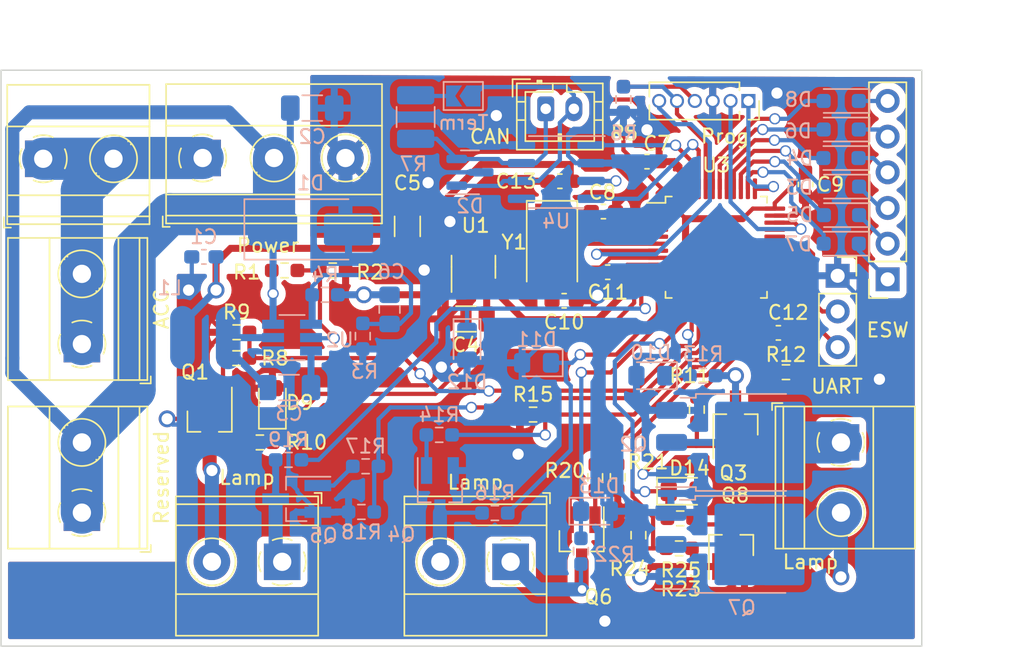
<source format=kicad_pcb>
(kicad_pcb (version 20240108) (generator "pcbnew") (generator_version "8.0")
  (layers (0 "F.Cu" signal) (31 "B.Cu" signal) (34 "B.Paste" user) (35 "F.Paste" user) (36 "B.SilkS" user "B.Silkscreen") (37 "F.SilkS" user "F.Silkscreen") (38 "B.Mask" user) (39 "F.Mask" user) (44 "Edge.Cuts" user))
  (net 0 "")
  (net 1 "+5V")
  (net 2 "GND")
  (net 3 "+12V")
  (net 4 "Net-(U2-SW)")
  (net 5 "Net-(U2-BS)")
  (net 6 "+3V3")
  (net 7 "Net-(U2-FB)")
  (net 8 "/OSC_IN")
  (net 9 "/OSC_OUT")
  (net 10 "/CANL")
  (net 11 "/CANH")
  (net 12 "Net-(D3-K)")
  (net 13 "/SW3")
  (net 14 "Net-(D4-K)")
  (net 15 "/SW4")
  (net 16 "Net-(D5-K)")
  (net 17 "/SW2")
  (net 18 "Net-(D6-K)")
  (net 19 "/SW5")
  (net 20 "Net-(D7-K)")
  (net 21 "/SW1")
  (net 22 "Net-(D8-K)")
  (net 23 "/SW6")
  (net 24 "/adc0")
  (net 25 "/adc4")
  (net 26 "/adc1")
  (net 27 "/adc2")
  (net 28 "/adc3")
  (net 29 "/adc5")
  (net 30 "/HOT@Always")
  (net 31 "/Rx")
  (net 32 "/Tx")
  (net 33 "/SWCLK")
  (net 34 "/SWDIO")
  (net 35 "Net-(J3-Pin_4)")
  (net 36 "/BOOT0")
  (net 37 "/NRST")
  (net 38 "/L1")
  (net 39 "/L2")
  (net 40 "/L5")
  (net 41 "/L6")
  (net 42 "/L3")
  (net 43 "/L4")
  (net 44 "Net-(JP1-B)")
  (net 45 "Net-(Q1-G)")
  (net 46 "/L_pwrX/g")
  (net 47 "Net-(Q4-G)")
  (net 48 "Net-(Q5-G)")
  (net 49 "Net-(Q6-G)")
  (net 50 "/L_pwrX1/g")
  (net 51 "/VEN")
  (net 52 "/T3_Ch1")
  (net 53 "/T2_Ch3")
  (net 54 "/T2_Ch4")
  (net 55 "/T3_Ch2")
  (net 59 "/T3_Ch3")
  (net 60 "/T3_Ch4")
  (net 63 "/CAN_Rx")
  (net 64 "/CAN_Tx")
  (footprint "Resistor_SMD:R_0603_1608Metric_Pad0.98x0.95mm_HandSolder" (layer "F.Cu") (at 88.6695 71.755 180)
    (property "Reference" "R1")
    (property "Value" "300k")
  )
  (footprint "Resistor_SMD:R_0603_1608Metric_Pad0.98x0.95mm_HandSolder" (layer "F.Cu") (at 116.7365 91.5416)
    (property "Reference" "R23")
    (property "Value" "220")
  )
  (footprint "Diode_SMD:D_0805_2012Metric_Pad1.15x1.40mm_HandSolder" (layer "F.Cu") (at 87.8034 81.1642 90)
    (property "Reference" "D9")
    (property "Value" "MM3Z3V3")
  )
  (footprint "Resistor_SMD:R_0603_1608Metric_Pad0.98x0.95mm_HandSolder" (layer "F.Cu") (at 106.3479 82.0166)
    (property "Reference" "R15")
    (property "Value" "10k")
  )
  (footprint "Capacitor_SMD:C_0603_1608Metric_Pad1.08x0.95mm_HandSolder" (layer "F.Cu") (at 108.2559 65.405)
    (property "Reference" "C13")
    (property "Value" "0.1")
  )
  (footprint "TerminalBlock_Phoenix:TerminalBlock_Phoenix_MKDS-1,5-2_1x02_P5.00mm_Horizontal" (layer "F.Cu") (at 104.75 92.5 180)
    (property "Reference" "J11" (hide yes))
    (property "Value" "Lamp")
  )
  (footprint "Package_TO_SOT_SMD:SOT-23_Handsoldering" (layer "F.Cu") (at 109.8 91 -90)
    (property "Reference" "Q6")
    (property "Value" "AO3407")
  )
  (footprint "TerminalBlock_Phoenix:TerminalBlock_Phoenix_MKDS-1,5-2_1x02_P5.00mm_Horizontal" (layer "F.Cu") (at 88.5 92.5 180)
    (property "Reference" "J9" (hide yes))
    (property "Value" "Lamp")
  )
  (footprint "Package_TO_SOT_SMD:SOT-23_Handsoldering" (layer "F.Cu") (at 120.75 82.75 90)
    (property "Reference" "Q3")
    (property "Value" "AO3407")
  )
  (footprint "TerminalBlock_Phoenix:TerminalBlock_Phoenix_MKDS-1,5-2_1x02_P5.00mm_Horizontal" (layer "F.Cu") (at 71.5 63.805)
    (property "Reference" "J6" (hide yes))
    (property "Value" "ACC")
  )
  (footprint "Package_TO_SOT_SMD:SOT-23_Handsoldering" (layer "F.Cu") (at 120.4366 91.337 90)
    (property "Reference" "Q8")
    (property "Value" "AO3407")
  )
  (footprint "TerminalBlock_Phoenix:TerminalBlock_Phoenix_MKDS-1,5-2_1x02_P5.00mm_Horizontal" (layer "F.Cu") (at 74.25 89 90)
    (property "Reference" "J8" (hide yes))
    (property "Value" "Reserved")
  )
  (footprint "Crystal:Crystal_SMD_5032-2Pin_5.0x3.2mm" (layer "F.Cu") (at 107.696 69.85 -90)
    (property "Reference" "Y1")
    (property "Value" "NX5032GA-8MHz")
  )
  (footprint "Package_QFP:LQFP-48_7x7mm_P0.5mm" (layer "F.Cu") (at 119.38 70.104)
    (property "Reference" "U3")
    (property "Value" "STM32F103C6Tx")
  )
  (footprint "Resistor_SMD:R_0603_1608Metric_Pad0.98x0.95mm_HandSolder" (layer "F.Cu") (at 110.7694 86.487 -90)
    (property "Reference" "R20")
    (property "Value" "100")
  )
  (footprint "Resistor_SMD:R_0603_1608Metric_Pad0.98x0.95mm_HandSolder" (layer "F.Cu") (at 118 81.6625 -90)
    (property "Reference" "R11")
    (property "Value" "220")
  )
  (footprint "Resistor_SMD:R_0603_1608Metric_Pad0.98x0.95mm_HandSolder" (layer "F.Cu") (at 113.8428 90.6037 -90)
    (property "Reference" "R24")
    (property "Value" "10k")
  )
  (footprint "Capacitor_SMD:C_0603_1608Metric_Pad1.08x0.95mm_HandSolder" (layer "F.Cu") (at 111.6595 71.882 180)
    (property "Reference" "C11")
    (property "Value" "0.1")
  )
  (footprint "Connector_PinSocket_2.54mm:PinSocket_1x06_P2.54mm_Vertical" (layer "F.Cu") (at 131.572 72.39 180)
    (property "Reference" "J5" (hide yes))
    (property "Value" "ESW")
  )
  (footprint "TerminalBlock_Phoenix:TerminalBlock_Phoenix_MKDS-1,5-2_1x02_P5.00mm_Horizontal" (layer "F.Cu") (at 128.25 84 -90)
    (property "Reference" "J10" (hide yes))
    (property "Value" "Lamp")
  )
  (footprint "Resistor_SMD:R_0603_1608Metric_Pad0.98x0.95mm_HandSolder" (layer "F.Cu") (at 85.2584 76.1584)
    (property "Reference" "R9")
    (property "Value" "10k")
  )
  (footprint "Package_TO_SOT_SMD:SOT-23-3" (layer "F.Cu") (at 102.108 71.4955 90)
    (property "Reference" "U1")
    (property "Value" "XC6206PxxxMR")
  )
  (footprint "Resistor_SMD:R_0603_1608Metric_Pad0.98x0.95mm_HandSolder" (layer "F.Cu") (at 112.776 59.5865 90)
    (property "Reference" "R5")
    (property "Value" "6.8")
  )
  (footprint "TerminalBlock_Phoenix:TerminalBlock_Phoenix_MKDS-1,5-2_1x02_P5.00mm_Horizontal" (layer "F.Cu") (at 74.25 77 90)
    (property "Reference" "J7" (hide yes))
    (property "Value" "ACC")
  )
  (footprint "Connector_PinSocket_2.54mm:PinSocket_1x03_P2.54mm_Vertical" (layer "F.Cu") (at 128.016 72.136)
    (property "Reference" "J2" (hide yes))
    (property "Value" "UART")
  )
  (footprint "Package_TO_SOT_SMD:SOT-23_Handsoldering" (layer "F.Cu") (at 83.3392 82.485 -90)
    (property "Reference" "Q1")
    (property "Value" "AO3407")
  )
  (footprint "Resistor_SMD:R_0603_1608Metric_Pad0.98x0.95mm_HandSolder" (layer "F.Cu") (at 116.8165 89.408)
    (property "Reference" "R25")
    (property "Value" "100k")
  )
  (footprint "Resistor_SMD:R_0603_1608Metric_Pad0.98x0.95mm_HandSolder" (layer "F.Cu") (at 86.9125 84 180)
    (property "Reference" "R10")
    (property "Value" "100k")
  )
  (footprint "Capacitor_SMD:C_1206_3216Metric" (layer "F.Cu") (at 101.5728 75.2094 180)
    (property "Reference" "C4")
    (property "Value" "47u")
  )
  (footprint "Resistor_SMD:R_0603_1608Metric_Pad0.98x0.95mm_HandSolder" (layer "F.Cu") (at 112.3696 86.4851 90)
    (property "Reference" "R21")
    (property "Value" "10k")
  )
  (footprint "Diode_SMD:D_0805_2012Metric_Pad1.15x1.40mm_HandSolder" (layer "F.Cu") (at 117.0268 87.4776)
    (property "Reference" "D14")
    (property "Value" "MM3Z3V3")
  )
  (footprint "Resistor_SMD:R_0603_1608Metric_Pad0.98x0.95mm_HandSolder" (layer "F.Cu") (at 85.25 78 180)
    (property "Reference" "R8")
    (property "Value" "100")
  )
  (footprint "Capacitor_SMD:C_0603_1608Metric_Pad1.08x0.95mm_HandSolder" (layer "F.Cu") (at 111.3525 67.564)
    (property "Reference" "C8")
    (property "Value" "6")
  )
  (footprint "Capacitor_SMD:C_0603_1608Metric_Pad1.08x0.95mm_HandSolder" (layer "F.Cu") (at 114.4535 64.008)
    (property "Reference" "C7")
    (property "Value" "0.1")
  )
  (footprint "TerminalBlock_Phoenix:TerminalBlock_Phoenix_MKDS-1,5-3-5.08_1x03_P5.08mm_Horizontal" (layer "F.Cu") (at 82.84 63.75)
    (property "Reference" "J1" (hide yes))
    (property "Value" "Power")
  )
  (footprint "Capacitor_SMD:C_0603_1608Metric_Pad1.08x0.95mm_HandSolder" (layer "F.Cu") (at 108.5585 73.914)
    (property "Reference" "C10")
    (property "Value" "6")
  )
  (footprint "Connector_JST:JST_PH_B2B-PH-K_1x02_P2.00mm_Vertical" (layer "F.Cu") (at 107.25 60.25)
    (property "Reference" "J4" (hide yes))
    (property "Value" "CAN")
  )
  (footprint "Connector_PinSocket_1.27mm:PinSocket_1x06_P1.27mm_Vertical" (layer "F.Cu") (at 121.666 59.69 -90)
    (property "Reference" "J3" (hide yes))
    (property "Value" "Prog")
  )
  (footprint "Capacitor_SMD:C_1206_3216Metric_Pad1.33x1.80mm_HandSolder" (layer "F.Cu") (at 97.409 68.6185 90)
    (property "Reference" "C5")
    (property "Value" "47u")
  )
  (footprint "Capacitor_SMD:C_0603_1608Metric_Pad1.08x0.95mm_HandSolder" (layer "F.Cu") (at 123.7985 76.2 180)
    (property "Reference" "C12")
    (property "Value" "0.1")
  )
  (footprint "Resistor_SMD:R_0603_1608Metric_Pad0.98x0.95mm_HandSolder" (layer "F.Cu") (at 92.0985 71.755 180)
    (property "Reference" "R2")
    (property "Value" "100k")
  )
  (footprint "Capacitor_SMD:C_0603_1608Metric_Pad1.08x0.95mm_HandSolder" (layer "F.Cu") (at 125.73 65.6325 -90)
    (property "Reference" "C9")
    (property "Value" "0.1")
  )
  (footprint "Resistor_SMD:R_0603_1608Metric_Pad0.98x0.95mm_HandSolder" (layer "F.Cu") (at 124.3375 79 180)
    (property "Reference" "R12")
    (property "Value" "10k")
  )
  (footprint "Diode_SMD:D_0805_2012Metric_Pad1.15x1.40mm_HandSolder" (layer "B.Cu") (at 114.725 79.25 180)
    (property "Reference" "D10")
    (property "Value" "MM3Z3V3")
  )
  (footprint "Package_TO_SOT_SMD:TO-252-3_TabPin2" (layer "B.Cu") (at 121.24 84)
    (property "Reference" "Q2")
    (property "Value" "IRLR7807")
  )
  (footprint "Capacitor_SMD:C_1206_3216Metric_Pad1.33x1.80mm_HandSolder" (layer "B.Cu") (at 90.6395 60.198 180)
    (property "Reference" "C2")
    (property "Value" "10u")
  )
  (footprint "Diode_SMD:D_SOD-323_HandSoldering" (layer "B.Cu") (at 128.25 63.754 180)
    (property "Reference" "D4")
    (property "Value" "1N5819")
  )
  (footprint "Diode_SMD:D_0805_2012Metric_Pad1.15x1.40mm_HandSolder" (layer "B.Cu") (at 101.6508 77.0726 -90)
    (property "Reference" "D12")
    (property "Value" "MM3Z3V3")
  )
  (footprint "Diode_SMD:D_SOD-323_HandSoldering" (layer "B.Cu") (at 128.27 61.722 180)
    (property "Reference" "D6")
    (property "Value" "1N5819")
  )
  (footprint "Package_TO_SOT_SMD:SOT-23" (layer "B.Cu") (at 101.8563 64.77)
    (property "Reference" "D2")
    (property "Value" "PESD1CAN")
  )
  (footprint "Package_TO_SOT_SMD:TO-252-3_TabPin2" (layer "B.Cu") (at 121.1948 91.2632)
    (property "Reference" "Q7")
    (property "Value" "IRLR7807")
  )
  (footprint "Capacitor_SMD:C_1206_3216Metric_Pad1.33x1.80mm_HandSolder" (layer "B.Cu") (at 88.9885 80.094)
    (property "Reference" "C3")
    (property "Value" "1u")
  )
  (footprint "Jumper:SolderJumper-2_P1.3mm_Open_TrianglePad1.0x1.5mm" (layer "B.Cu") (at 101.383 59.3344 180)
    (property "Reference" "JP1" (hide yes))
    (property "Value" "Term")
  )
  (footprint "Capacitor_SMD:C_0603_1608Metric_Pad1.08x0.95mm_HandSolder" (layer "B.Cu") (at 82.9299 70.7898 180)
    (property "Reference" "C1")
    (property "Value" "0.1")
  )
  (footprint "Diode_SMD:D_SOD-323_HandSoldering" (layer "B.Cu") (at 128.27 59.69 180)
    (property "Reference" "D8")
    (property "Value" "1N5819")
  )
  (footprint "Package_TO_SOT_SMD:SOT-23_Handsoldering" (layer "B.Cu") (at 99.7204 87.5016 -90)
    (property "Reference" "Q4")
    (property "Value" "AO3407")
  )
  (footprint "Resistor_SMD:R_0603_1608Metric_Pad0.98x0.95mm_HandSolder" (layer "B.Cu") (at 94.234 76.4345 -90)
    (property "Reference" "R3")
    (property "Value" "19k")
  )
  (footprint "Capacitor_SMD:C_0805_2012Metric_Pad1.18x1.45mm_HandSolder" (layer "B.Cu") (at 96.139 74.5275 -90)
    (property "Reference" "C6")
    (property "Value" "22")
  )
  (footprint "Package_SO:SOIC-8_3.9x4.9mm_P1.27mm" (layer "B.Cu") (at 108 64.75 180)
    (property "Reference" "U4")
    (property "Value" "TJA1050")
  )
  (footprint "Resistor_SMD:R_1210_3225Metric_Pad1.30x2.65mm_HandSolder" (layer "B.Cu") (at 97.9932 60.8336 90)
    (property "Reference" "R7")
    (property "Value" "120")
  )
  (footprint "Resistor_SMD:R_0603_1608Metric_Pad0.98x0.95mm_HandSolder" (layer "B.Cu") (at 112.776 59.5865 90)
    (property "Reference" "R6")
    (property "Value" "10k")
  )
  (footprint "Diode_SMD:D_SOD-323_HandSoldering" (layer "B.Cu") (at 128.27 69.85 180)
    (property "Reference" "D7")
    (property "Value" "1N5819")
  )
  (footprint "Diode_SMD:D_SOD-323_HandSoldering" (layer "B.Cu") (at 128.29 65.786 180)
    (property "Reference" "D3")
    (property "Value" "1N5819")
  )
  (footprint "Diode_SMD:D_0805_2012Metric_Pad1.15x1.40mm_HandSolder" (layer "B.Cu") (at 106.5948 78.3336 180)
    (property "Reference" "D11")
    (property "Value" "MM3Z3V3")
  )
  (footprint "Resistor_SMD:R_0603_1608Metric_Pad0.98x0.95mm_HandSolder" (layer "B.Cu") (at 103.6301 89.027 180)
    (property "Reference" "R16")
    (property "Value" "100k")
  )
  (footprint "Resistor_SMD:R_0603_1608Metric_Pad0.98x0.95mm_HandSolder" (layer "B.Cu") (at 118.4125 79.25)
    (property "Reference" "R13")
    (property "Value" "100k")
  )
  (footprint "Resistor_SMD:R_0603_1608Metric_Pad0.98x0.95mm_HandSolder" (layer "B.Cu") (at 91.5435 73.49 180)
    (property "Reference" "R4")
    (property "Value" "100k")
  )
  (footprint "Package_TO_SOT_SMD:SOT-23-6_Handsoldering" (layer "B.Cu") (at 89.201 76.538)
    (property "Reference" "U2")
    (property "Value" "MT1470")
  )
  (footprint "Diode_SMD:D_0805_2012Metric_Pad1.15x1.40mm_HandSolder" (layer "B.Cu") (at 110.7858 88.9)
    (property "Reference" "D13")
    (property "Value" "MM3Z3V3")
  )
  (footprint "Resistor_SMD:R_0603_1608Metric_Pad0.98x0.95mm_HandSolder" (layer "B.Cu") (at 94.4353 85.6996 180)
    (property "Reference" "R17")
    (property "Value" "100")
  )
  (footprint "Diode_SMD:D_SOD-323_HandSoldering" (layer "B.Cu") (at 128.29 67.818 180)
    (property "Reference" "D5")
    (property "Value" "1N5819")
  )
  (footprint "Resistor_SMD:R_0603_1608Metric_Pad0.98x0.95mm_HandSolder" (layer "B.Cu") (at 109.7534 91.7429 -90)
    (property "Reference" "R22")
    (property "Value" "100k")
  )
  (footprint "Resistor_SMD:R_0603_1608Metric_Pad0.98x0.95mm_HandSolder" (layer "B.Cu") (at 99.6696 83.4644 180)
    (property "Reference" "R14")
    (property "Value" "100")
  )
  (footprint "Diode_SMD:D_SMB_Handsoldering" (layer "B.Cu") (at 90.518 68.834)
    (property "Reference" "D1")
    (property "Value" "SMBJ18A")
  )
  (footprint "kicad:cd43" (layer "B.Cu") (at 83.032 76.538 180)
    (property "Reference" "L1")
    (property "Value" "10u")
  )
  (footprint "Package_TO_SOT_SMD:SOT-23_Handsoldering" (layer "B.Cu") (at 89.5336 88.0212 180)
    (property "Reference" "Q5")
    (property "Value" "AO3407")
  )
  (footprint "Resistor_SMD:R_0603_1608Metric_Pad0.98x0.95mm_HandSolder" (layer "B.Cu") (at 94.1343 88.9508)
    (property "Reference" "R18")
    (property "Value" "10k")
  )
  (footprint "Resistor_SMD:R_0603_1608Metric_Pad0.98x0.95mm_HandSolder" (layer "B.Cu") (at 88.9489 85.2424 180)
    (property "Reference" "R19")
    (property "Value" "100k")
  )
  (gr_rect (start 68.5 57.5) (end 134 98.5) (stroke (width 0.1)) (fill none) (layer "Edge.Cuts"))
  (segment (start 83.7946 71.2216) (end 84.8352 70.181) (width 0.5) (layer "F.Cu") (net 1))
  (segment (start 94.3102 73.49) (end 98.9252 73.49) (width 0.5) (layer "F.Cu") (net 1))
  (segment (start 102.6414 64.2112) (end 108.9914 64.2112) (width 0.5) (layer "F.Cu") (net 1))
  (segment (start 99.0854 70.358) (end 97.205 70.358) (width 0.5) (layer "F.Cu") (net 1))
  (segment (start 112.2426 65.3796) (end 109.1438 65.3796) (width 0.3) (layer "F.Cu") (net 1))
  (segment (start 99.8728 72.5424) (end 99.8728 70.358) (width 0.5) (layer "F.Cu") (net 1))
  (segment (start 98.9252 73.49) (end 99.8728 72.5424) (width 0.5) (layer "F.Cu") (net 1))
  (segment (start 84.8352 70.181) (end 97.028 70.181) (width 0.5) (layer "F.Cu") (net 1))
  (segment (start 99.0854 67.7672) (end 102.6414 64.2112) (width 0.5) (layer "F.Cu") (net 1))
  (segment (start 108.9914 64.2112) (end 108.9914 65.278) (width 0.5) (layer "F.Cu") (net 1))
  (segment (start 102.108 70.358) (end 99.8728 70.358) (width 0.5) (layer "F.Cu") (net 1))
  (segment (start 108.9914 65.278) (end 109.1184 65.405) (width 0.5) (layer "F.Cu") (net 1))
  (segment (start 99.0854 70.358) (end 99.0854 67.7672) (width 0.5) (layer "F.Cu") (net 1))
  (segment (start 97.205 70.358) (end 97.028 70.181) (width 0.5) (layer "F.Cu") (net 1))
  (segment (start 109.1438 65.3796) (end 109.1184 65.405) (width 0.3) (layer "F.Cu") (net 1))
  (segment (start 99.8728 70.358) (end 99.0854 70.358) (width 0.5) (layer "F.Cu") (net 1))
  (segment (start 83.7946 73.152) (end 83.7946 71.2216) (width 0.5) (layer "F.Cu") (net 1))
  (via (at 83.7946 73.152) (size 1.2) (drill 0.8) (layers "F.Cu" "B.Cu") (net 1))
  (via (at 112.2426 65.3796) (size 0.8) (drill 0.6) (layers "F.Cu" "B.Cu") (net 1))
  (via (at 94.3102 73.49) (size 1.2) (drill 0.8) (layers "F.Cu" "B.Cu") (net 1))
  (segment (start 83.7946 70.792) (end 83.7924 70.7898) (width 0.3) (layer "B.Cu") (net 1))
  (segment (start 81.407 75.5396) (end 83.7946 73.152) (width 0.5) (layer "B.Cu") (net 1))
  (segment (start 94.3102 73.49) (end 96.139 73.49) (width 0.5) (layer "B.Cu") (net 1))
  (segment (start 112.2372 65.385) (end 112.2426 65.3796) (width 0.3) (layer "B.Cu") (net 1))
  (segment (start 94.0562 73.49) (end 94.3102 73.49) (width 0.3) (layer "B.Cu") (net 1))
  (segment (start 110.475 65.385) (end 112.2372 65.385) (width 0.3) (layer "B.Cu") (net 1))
  (segment (start 81.407 76.538) (end 81.407 75.5396) (width 0.5) (layer "B.Cu") (net 1))
  (segment (start 83.7946 73.152) (end 83.7946 70.792) (width 0.3) (layer "B.Cu") (net 1))
  (segment (start 92.456 73.49) (end 94.0562 73.49) (width 0.5) (layer "B.Cu") (net 1))
  (segment (start 116.035041 64.008) (end 115.316 64.008) (width 0.3) (layer "F.Cu") (net 2))
  (segment (start 122.724959 76.2) (end 122.936 76.2) (width 0.3) (layer "F.Cu") (net 2))
  (segment (start 103.3018 65.405) (end 100.4316 68.2752) (width 0.3) (layer "F.Cu") (net 2))
  (segment (start 114.2746 95.5548) (end 119.2188 95.5548) (width 0.3) (layer "F.Cu") (net 2))
  (segment (start 110.5565 73.914) (end 110.9472 73.5233) (width 0.3) (layer "F.Cu") (net 2))
  (segment (start 125.752 79.502) (end 125.25 79) (width 0.3) (layer "F.Cu") (net 2))
  (segment (start 121.63 75.105041) (end 122.724959 76.2) (width 0.3) (layer "F.Cu") (net 2))
  (segment (start 81.0528 82.3214) (end 82.3892 80.985) (width 0.3) (layer "F.Cu") (net 2))
  (segment (start 102.362 68.707) (end 102.8954 69.2404) (width 0.3) (layer "F.Cu") (net 2))
  (segment (start 103.7336 60.7314) (end 103.7336 60.6298) (width 0.3) (layer "F.Cu") (net 2))
  (segment (start 123.5425 67.854) (end 125.059 67.854) (width 0.3) (layer "F.Cu") (net 2))
  (segment (start 119.2188 95.5548) (end 121.3866 93.387) (width 0.3) (layer "F.Cu") (net 2))
  (segment (start 112.6236 95.5548) (end 111.4552 96.7232) (width 0.3) (layer "F.Cu") (net 2))
  (segment (start 113.284 66.1924) (end 113.284 65.360339) (width 0.3) (layer "F.Cu") (net 2))
  (segment (start 122.936 77.2668) (end 124.079 77.2668) (width 0.3) (layer "F.Cu") (net 2))
  (segment (start 112.3696 87.3976) (end 112.3696 88.218) (width 0.3) (layer "F.Cu") (net 2))
  (segment (start 101.158 72.633) (end 101.484 72.633) (width 0.3) (layer "F.Cu") (net 2))
  (segment (start 112.3696 88.218) (end 113.8428 89.6912) (width 0.3) (layer "F.Cu") (net 2))
  (segment (start 84.3459 76.1584) (end 82.3892 78.1151) (width 0.3) (layer "F.Cu") (net 2))
  (segment (start 105.283 82.169) (end 105.4354 82.0166) (width 0.3) (layer "F.Cu") (net 2))
  (segment (start 100.8634 68.707) (end 102.362 68.707) (width 0.3) (layer "F.Cu") (net 2))
  (segment (start 99.822 78.9432) (end 98.8314 79.9338) (width 0.3) (layer "F.Cu") (net 2))
  (segment (start 112.215 67.564) (end 112.215 67.2614) (width 0.3) (layer "F.Cu") (net 2))
  (segment (start 115.316 62.611) (end 115.316 64.008) (width 0.3) (layer "F.Cu") (net 2))
  (segment (start 97.409 66.9798) (end 98.8822 65.5066) (width 0.3) (layer "F.Cu") (net 2))
  (segment (start 124.079 77.2668) (end 125.25 78.4378) (width 0.3) (layer "F.Cu") (net 2))
  (segment (start 127.3302 65.3034) (end 127.3302 61.0616) (width 0.3) (layer "F.Cu") (net 2))
  (segment (start 102.8954 69.2404) (end 102.8954 71.2216) (width 0.3) (layer "F.Cu") (net 2))
  (segment (start 110.797 71.882) (end 110.797 73.3731) (width 0.3) (layer "F.Cu") (net 2))
  (segment (start 122.936 76.2) (end 122.936 77.2668) (width 0.3) (layer "F.Cu") (net 2))
  (segment (start 113.284 65.360339) (end 111.5822 63.658539) (width 0.3) (layer "F.Cu") (net 2))
  (segment (start 114.2746 95.5548) (end 112.6236 95.5548) (width 0.3) (layer "F.Cu") (net 2))
  (segment (start 113.0262 89.6912) (end 112.6236 90.0938) (width 0.3) (layer "F.Cu") (net 2))
  (segment (start 105.283 84.836) (end 105.283 82.169) (width 0.3) (layer "F.Cu") (net 2))
  (segment (start 103.7336 60.6298) (end 105.6132 58.7502) (width 0.3) (layer "F.Cu") (net 2))
  (segment (start 110.871 58.7502) (end 111.5822 59.4614) (width 0.3) (layer "F.Cu") (net 2))
  (segment (start 112.6236 90.0938) (end 112.6236 93.545503) (width 0.3) (layer "F.Cu") (net 2))
  (segment (start 101.158 72.633) (end 101.158 74.1492) (width 0.5) (layer "F.Cu") (net 2))
  (segment (start 100.4316 68.2752) (end 100.8634 68.707) (width 0.3) (layer "F.Cu") (net 2))
  (segment (start 103.6574 60.7314) (end 98.8822 65.5066) (width 0.3) (layer "F.Cu") (net 2))
  (segment (start 112.215 67.2614) (end 113.284 66.1924) (width 0.3) (layer "F.Cu") (net 2))
  (segment (start 111.5822 63.658539) (end 111.5822 59.4614) (width 0.3) (layer "F.Cu") (net 2))
  (segment (start 113.4364 59.5884) (end 114.4524 60.6044) (width 0.3) (layer "F.Cu") (net 2))
  (segment (start 108.85 89.5) (end 108.85 88.403) (width 0.3) (layer "F.Cu") (net 2))
  (segment (start 99.822 78.6384) (end 99.822 78.9432) (width 0.3) (layer "F.Cu") (net 2))
  (segment (start 125.73 66.495) (end 126.1386 66.495) (width 0.3) (layer "F.Cu") (net 2))
  (segment (start 97.409 67.056) (end 97.409 66.9798) (width 0.3) (layer "F.Cu") (net 2))
  (segment (start 103.7336 60.7314) (end 103.6574 60.7314) (width 0.3) (layer "F.Cu") (net 2))
  (segment (start 108.85 88.403) (end 105.283 84.836) (width 0.3) (layer "F.Cu") (net 2))
  (segment (start 125.73 67.183) (end 125.059 67.854) (width 0.3) (layer "F.Cu") (net 2))
  (segment (start 98.8314 79.9338) (end 88.0088 79.9338) (width 0.3) (layer "F.Cu") (net 2))
  (segment (start 114.4524 60.6044) (end 114.4524 61.7474) (width 0.3) (layer "F.Cu") (net 2))
  (segment (start 121.7 84.25) (end 123.1156 84.25) (width 0.3) (layer "F.Cu") (net 2))
  (segment (start 114.4524 61.7474) (end 115.316 62.611) (width 0.3) (layer "F.Cu") (net 2))
  (segment (start 99.822 78.6384) (end 99.822 75.4852) (width 0.3) (layer "F.Cu") (net 2))
  (segment (start 130.0226 70.3072) (end 130.0226 79.502) (width 0.3) (layer "F.Cu") (net 2))
  (segment (start 81.8434 73.6559) (end 84.3459 76.1584) (width 0.3) (layer "F.Cu") (net 2))
  (segment (start 101.484 72.633) (end 102.8954 71.2216) (width 0.3) (layer "F.Cu") (net 2))
  (segment (start 121.63 74.2665) (end 121.63 75.105041) (width 0.3) (layer "F.Cu") (net 2))
  (segment (start 121.7 85.8434) (end 121.7 84.25) (width 0.3) (layer "F.Cu") (net 2))
  (segment (start 125.73 66.495) (end 125.73 67.183) (width 0.3) (layer "F.Cu") (net 2))
  (segment (start 109.421 73.914) (end 110.5565 73.914) (width 0.3) (layer "F.Cu") (net 2))
  (segment (start 82.3892 78.1151) (end 82.3892 80.985) (width 0.3) (layer "F.Cu") (net 2))
  (segment (start 117.13 65.9415) (end 117.13 65.102959) (width 0.3) (layer "F.Cu") (net 2))
  (segment (start 111.7092 59.5884) (end 113.4364 59.5884) (width 0.3) (layer "F.Cu") (net 2))
  (segment (start 125.25 78.4378) (end 125.25 79) (width 0.3) (layer "F.Cu") (net 2))
  (segment (start 111.825 70.854) (end 110.797 71.882) (width 0.3) (layer "F.Cu") (net 2))
  (segment (start 127.3302 61.0616) (end 125.3998 59.1312) (width 0.3) (layer "F.Cu") (net 2))
  (segment (start 99.822 75.4852) (end 100.0978 75.2094) (width 0.3) (layer "F.Cu") (net 2))
  (segment (start 113.8428 89.6912) (end 113.0262 89.6912) (width 0.3) (layer "F.Cu") (net 2))
  (segment (start 112.5982 93.8784) (end 114.2746 95.5548) (width 0.3) (layer "F.Cu") (net 2))
  (segment (start 126.2104 66.495) (end 130.0226 70.3072) (width 0.3) (layer "F.Cu") (net 2))
  (segment (start 98.5774 71.755) (end 98.6028 71.7296) (width 0.3) (layer "F.Cu") (net 2))
  (segment (start 80.3148 82.3214) (end 81.0528 82.3214) (width 0.3) (layer "F.Cu") (net 2))
  (segment (start 121.3866 93.387) (end 121.3866 92.837) (width 0.3) (layer "F.Cu") (net 2))
  (segment (start 115.2175 70.854) (end 111.825 70.854) (width 0.3) (layer "F.Cu") (net 2))
  (segment (start 126.1386 66.495) (end 127.3302 65.3034) (width 0.3) (layer "F.Cu") (net 2))
  (segment (start 130.9878 79.502) (end 130.0226 79.502) (width 0.3) (layer "F.Cu") (net 2))
  (segment (start 101.158 74.1492) (end 100.0978 75.2094) (width 0.5) (layer "F.Cu") (net 2))
  (segment (start 118.0518 87.4776) (end 120.0658 87.4776) (width 0.3) (layer "F.Cu") (net 2))
  (segment (start 110.797 73.3731) (end 110.9472 73.5233) (width 0.3) (layer "F.Cu") (net 2))
  (segment (start 111.5822 59.4614) (end 111.7092 59.5884) (width 0.3) (layer "F.Cu") (net 2))
  (segment (start 105.6132 58.7502) (end 110.871 58.7502) (width 0.3) (layer "F.Cu") (net 2))
  (segment (start 125.25 82.1156) (end 125.25 79) (width 0.3) (layer "F.Cu") (net 2))
  (segment (start 117.13 65.102959) (end 116.035041 64.008) (width 0.3) (layer "F.Cu") (net 2))
  (segment (start 125.73 66.495) (end 126.2104 66.495) (width 0.3) (layer "F.Cu") (net 2))
  (segment (start 125.3998 59.1312) (end 123.698 59.1312) (width 0.3) (layer "F.Cu") (net 2))
  (segment (start 93.011 71.755) (end 98.5774 71.755) (width 0.3) (layer "F.Cu") (net 2))
  (segment (start 107.3934 65.405) (end 103.3018 65.405) (width 0.3) (layer "F.Cu") (net 2))
  (segment (start 130.0226 79.502) (end 125.752 79.502) (width 0.3) (layer "F.Cu") (net 2))
  (segment (start 81.8434 73.1566) (end 81.8434 73.6559) (width 0.3) (layer "F.Cu") (net 2))
  (segment (start 112.5982 93.570903) (end 112.5982 93.8784) (width 0.3) (layer "F.Cu") (net 2))
  (segment (start 120.0658 87.4776) (end 121.7 85.8434) (width 0.3) (layer "F.Cu") (net 2))
  (segment (start 112.6236 93.545503) (end 112.5982 93.570903) (width 0.3) (layer "F.Cu") (net 2))
  (segment (start 123.1156 84.25) (end 125.25 82.1156) (width 0.3) (layer "F.Cu") (net 2))
  (via (at 98.8822 65.5066) (size 1.2) (drill 0.8) (layers "F.Cu" "B.Cu") (net 2))
  (via (at 111.4552 96.7232) (size 1.2) (drill 0.8) (layers "F.Cu" "B.Cu") (net 2))
  (via (at 114.4524 61.7474) (size 1.2) (drill 0.8) (layers "F.Cu" "B.Cu") (net 2))
  (via (at 100.4316 68.2752) (size 1.2) (drill 0.8) (layers "F.Cu" "B.Cu") (net 2))
  (via (at 103.7336 60.7314) (size 1.2) (drill 0.8) (layers "F.Cu" "B.Cu") (net 2))
  (via (at 81.8434 73.1566) (size 1.2) (drill 0.8) (layers "F.Cu" "B.Cu") (net 2))
  (via (at 123.698 59.1312) (size 1.2) (drill 0.8) (layers "F.Cu" "B.Cu") (net 2))
  (via (at 105.283 84.836) (size 1.2) (drill 0.8) (layers "F.Cu" "B.Cu") (net 2))
  (via (at 98.6028 71.7296) (size 1.2) (drill 0.8) (layers "F.Cu" "B.Cu") (net 2))
  (via (at 80.3148 82.3214) (size 1.2) (drill 0.8) (layers "F.Cu" "B.Cu") (net 2))
  (via (at 130.9878 79.502) (size 1.2) (drill 0.8) (layers "F.Cu" "B.Cu") (net 2))
  (via (at 110.9472 73.5233) (size 1.2) (drill 0.8) (layers "F.Cu" "B.Cu") (net 2))
  (via (at 99.822 78.6384) (size 1.2) (drill 0.8) (layers "F.Cu" "B.Cu") (net 2))
  (segment (start 94.234 80.0354) (end 91.5416 82.7278) (width 0.3) (layer "B.Cu") (net 2))
  (segment (start 101.6508 78.0976) (end 100.3628 78.0976) (width 0.3) (layer "B.Cu") (net 2))
  (segment (start 107.0356 84.836) (end 108.1786 83.693) (width 0.3) (layer "B.Cu") (net 2))
  (segment (start 111.4552 96.7232) (end 130.6068 96.7232) (width 0.3) (layer "B.Cu") (net 2))
  (segment (start 102.7938 64.77) (end 99.6188 64.77) (width 0.3) (layer "B.Cu") (net 2))
  (segment (start 101.8868 78.3336) (end 101.6508 78.0976) (width 0.3) (layer "B.Cu") (net 2))
  (segment (start 93.2014 88.9712) (end 93.2218 88.9508) (width 0.3) (layer "B.Cu") (net 2))
  (segment (start 105.525 62.5228) (end 103.7336 60.7314) (width 0.3) (layer "B.Cu") (net 2))
  (segment (start 92.202 62.952) (end 93 63.75) (width 0.5) (layer "B.Cu") (net 2))
  (segment (start 104.1174 86.0016) (end 105.283 84.836) (width 0.3) (layer "B.Cu") (net 2))
  (segment (start 100.6704 86.0016) (end 104.1174 86.0016) (width 0.3) (layer "B.Cu") (net 2))
  (segment (start 98.6028 68.7578) (end 98.6028 68.3006) (width 0.3) (layer "B.Cu") (net 2))
  (segment (start 108.1786 83.693) (end 108.1786 81.915) (width 0.3) (layer "B.Cu") (net 2))
  (segment (start 98.6028 71.7296) (end 98.6028 68.7578) (width 0.3) (layer "B.Cu") (net 2))
  (segment (start 99.6188 64.77) (end 98.8822 65.5066) (width 0.3) (layer "B.Cu") (net 2))
  (segment (start 112.776 60.499) (end 113.204 60.499) (width 0.3) (layer "B.Cu") (net 2))
  (segment (start 98.5266 68.834) (end 98.6028 68.7578) (width 0.3) (layer "B.Cu") (net 2))
  (segment (start 110.9472 73.5233) (end 100.3965 73.5233) (width 0.3) (layer "B.Cu") (net 2))
  (segment (start 108.1786 81.915) (end 105.5698 79.3062) (width 0.3) (layer "B.Cu") (net 2))
  (segment (start 132.6388 94.6912) (end 132.6388 79.502) (width 0.3) (layer "B.Cu") (net 2))
  (segment (start 132.6388 79.502) (end 130.9878 79.502) (width 0.3) (layer "B.Cu") (net 2))
  (segment (start 116.3066 76.4032) (end 115.697 75.7936) (width 0.3) (layer "B.Cu") (net 2))
  (segment (start 109.2454 61.6712) (end 111.6038 61.6712) (width 0.3) (layer "B.Cu") (net 2))
  (segment (start 100.3628 78.0976) (end 99.822 78.6384) (width 0.3) (layer "B.Cu") (net 2))
  (segment (start 111.8108 96.3676) (end 111.4552 96.7232) (width 0.3) (layer "B.Cu") (net 2))
  (segment (start 91.0336 88.9712) (end 93.2014 88.9712) (width 0.3) (layer "B.Cu") (net 2))
  (segment (start 111.2774 88.3666) (end 111.2774 75.7936) (width 0.3) (layer "B.Cu") (net 2))
  (segment (start 113.7 79.25) (end 113.7 80.6038) (width 0.3) (layer "B.Cu") (net 2))
  (segment (start 98.6028 65.786) (end 98.8822 65.5066) (width 0.3) (layer "B.Cu") (net 2))
  (segment (start 111.2774 75.7936) (end 108.1098 75.7936) (width 0.3) (layer "B.Cu") (net 2))
  (segment (start 105.5698 78.3336) (end 101.8868 78.3336) (width 0.3) (layer "B.Cu") (net 2))
  (segment (start 93 68.616) (end 93.218 68.834) (width 1) (layer "B.Cu") (net 2))
  (segment (start 110.475 64.115) (end 109.3778 64.115) (width 0.3) (layer "B.Cu") (net 2))
  (segment (start 114.8162 81.72) (end 116.2 81.72) (width 0.3) (layer "B.Cu") (net 2))
  (segment (start 88.9508 86.7664) (end 89.5858 87.4014) (width 0.3) (layer "B.Cu") (net 2))
  (segment (start 94.234 77.347) (end 97.7606 77.347) (width 0.3) (layer "B.Cu") (net 2))
  (segment (start 89.5858 87.4014) (end 89.5858 87.5234) (width 0.3) (layer "B.Cu") (net 2))
  (segment (start 105.5698 79.3062) (end 105.5698 78.3336) (width 0.3) (layer "B.Cu") (net 2))
  (segment (start 111.8108 88.9) (end 116.0716 88.9) (width 0.3) (layer "B.Cu") (net 2))
  (segment (start 108.839 63.5762) (end 108.839 62.0776) (width 0.3) (layer "B.Cu") (net 2))
  (segment (start 100.4316 68.2752) (end 98.6282 68.2752) (width 0.3) (layer "B.Cu") (net 2))
  (segment (start 116.0716 88.9) (end 116.1548 88.9832) (width 0.3) (layer "B.Cu") (net 2))
  (segment (start 88.9508 82.7278) (end 80.7212 82.7278) (width 0.3) (layer "B.Cu") (net 2))
  (segment (start 88.9508 82.7278) (end 88.9508 86.7664) (width 0.3) (layer "B.Cu") (net 2))
  (segment (start 87.851 77.6402) (end 88.9508 78.74) (width 0.3) (layer "B.Cu") (net 2))
  (segment (start 92.202 60.198) (end 92.202 62.952) (width 0.5) (layer "B.Cu") (net 2))
  (segment (start 115.697 75.7936) (end 111.2774 75.7936) (width 0.3) (layer "B.Cu") (net 2))
  (segment (start 91.5416 82.7278) (end 88.9508 82.7278) (width 0.3) (layer "B.Cu") (net 2))
  (segment (start 132.6388 79.502) (end 132.6388 76.7588) (width 0.3) (layer "B.Cu") (net 2))
  (segment (start 100.3965 73.5233) (end 98.6028 71.7296) (width 0.3) (layer "B.Cu") (net 2))
  (segment (start 82.0674 72.9326) (end 81.8434 73.1566) (width 0.3) (layer "B.Cu") (net 2))
  (segment (start 113.7 80.6038) (end 114.8162 81.72) (width 0.3) (layer "B.Cu") (net 2))
  (segment (start 116.3066 77.2414) (end 116.3066 76.4032) (width 0.3) (layer "B.Cu") (net 2))
  (segment (start 113.204 60.499) (end 114.4524 61.7474) (width 0.3) (layer "B.Cu") (net 2))
  (segment (start 122.9668 58.4) (end 123.698 59.1312) (width 0.3) (layer "B.Cu") (net 2))
  (segment (start 130.6068 96.7232) (end 132.6388 94.6912) (width 0.3) (layer "B.Cu") (net 2))
  (segment (start 105.283 84.836) (end 107.0356 84.836) (width 0.3) (layer "B.Cu") (net 2))
  (segment (start 113.7 78.4002) (end 114.2492 77.851) (width 0.3) (layer "B.Cu") (net 2))
  (segment (start 109.3778 64.115) (end 108.839 63.5762) (width 0.3) (layer "B.Cu") (net 2))
  (segment (start 115.697 77.851) (end 116.3066 77.2414) (width 0.3) (layer "B.Cu") (net 2))
  (segment (start 111.8108 88.9) (end 111.8108 96.3676) (width 0.3) (layer "B.Cu") (net 2))
  (segment (start 111.8108 88.9) (end 111.2774 88.3666) (width 0.3) (layer "B.Cu") (net 2))
  (segment (start 88.9508 78.74) (end 88.9508 82.7278) (width 0.3) (layer "B.Cu") (net 2))
  (segment (start 122.7328 58.4) (end 122.9668 58.4) (width 0.3) (layer "B.Cu") (net 2))
  (segment (start 93.218 68.834) (end 98.5266 68.834) (width 0.3) (layer "B.Cu") (net 2))
  (segment (start 98.6282 68.2752) (end 98.6028 68.3006) (width 0.3) (layer "B.Cu") (net 2))
  (segment (start 114.2492 77.851) (end 115.697 77.851) (width 0.3) (layer "B.Cu") (net 2))
  (segment (start 87.851 77.488) (end 87.851 77.6402) (width 0.3) (layer "B.Cu") (net 2))
  (segment (start 108.1098 75.7936) (end 105.5698 78.3336) (width 0.3) (layer "B.Cu") (net 2))
  (segment (start 89.5858 87.5234) (end 91.0336 88.9712) (width 0.3) (layer "B.Cu") (net 2))
  (segment (start 119.5524 58.4) (end 122.7328 58.4) (width 0.3) (layer "B.Cu") (net 2))
  (segment (start 113.7 79.25) (end 113.7 78.4002) (width 0.3) (layer "B.Cu") (net 2))
  (segment (start 132.6388 76.7588) (end 128.016 72.136) (width 0.3) (layer "B.Cu") (net 2))
  (segment (start 82.0674 70.7898) (end 82.0674 72.9326) (width 0.3) (layer "B.Cu") (net 2))
  (segment (start 98.6028 76.5048) (end 98.6028 71.7296) (width 0.3) (layer "B.Cu") (net 2))
  (segment (start 108.839 62.0776) (end 109.2454 61.6712) (width 0.3) (layer "B.Cu") (net 2))
  (segment (start 93 63.75) (end 93 68.616) (width 1) (layer "B.Cu") (net 2))
  (segment (start 105.525 62.845) (end 105.525 62.5228) (width 0.3) (layer "B.Cu") (net 2))
  (segment (start 98.6028 68.3006) (end 98.6028 65.786) (width 0.3) (layer "B.Cu") (net 2))
  (segment (start 97.7606 77.347) (end 98.6028 76.5048) (width 0.3) (layer "B.Cu") (net 2))
  (segment (start 119.126 58.8264) (end 119.5524 58.4) (width 0.3) (layer "B.Cu") (net 2))
  (segment (start 119.126 59.69) (end 119.126 58.8264) (width 0.3) (layer "B.Cu") (net 2))
  (segment (start 111.6038 61.6712) (end 112.776 60.499) (width 0.3) (layer "B.Cu") (net 2))
  (segment (start 80.7212 82.7278) (end 80.3148 82.3214) (width 0.3) (layer "B.Cu") (net 2))
  (segment (start 94.234 77.347) (end 94.234 80.0354) (width 0.3) (layer "B.Cu") (net 2))
  (segment (start 87.757 73.312) (end 87.851 73.406) (width 0.3) (layer "F.Cu") (net 3))
  (segment (start 87.757 71.755) (end 87.757 73.312) (width 0.3) (layer "F.Cu") (net 3))
  (via (at 87.851 73.406) (size 0.8) (drill 0.6) (layers "F.Cu" "B.Cu") (net 3))
  (segment (start 74.25 84) (end 69.3 79.05) (width 1) (layer "B.Cu") (net 3))
  (segment (start 87.92 63.75) (end 87.92 68.732) (width 3) (layer "B.Cu") (net 3))
  (segment (start 74.25 89) (end 74.25 84) (width 3) (layer "B.Cu") (net 3))
  (segment (start 80.5 67.75) (end 78 70.25) (width 3) (layer "B.Cu") (net 3))
  (segment (start 84.67 60.5) (end 70.5 60.5) (width 1) (layer "B.Cu") (net 3))
  (segment (start 89.077 60.198) (end 89.077 62.593) (width 0.5) (layer "B.Cu") (net 3))
  (segment (start 69.3 61.7) (end 69.3 78) (width 1) (layer "B.Cu") (net 3))
  (segment (start 86.734 67.75) (end 80.5 67.75) (width 3) (layer "B.Cu") (net 3))
  (segment (start 69.3 79.05) (end 69.3 78) (width 1) (layer "B.Cu") (net 3))
  (segment (start 78 80.25) (end 74.25 84) (width 3) (layer "B.Cu") (net 3))
  (segment (start 89.077 62.593) (end 87.92 63.75) (width 0.5) (layer "B.Cu") (net 3))
  (segment (start 70.5 60.5) (end 69.3 61.7) (width 1) (layer "B.Cu") (net 3))
  (segment (start 87.92 63.75) (end 84.67 60.5) (width 1) (layer "B.Cu") (net 3))
  (segment (start 78 70.25) (end 78 80.25) (width 3) (layer "B.Cu") (net 3))
  (segment (start 87.92 68.732) (end 87.818 68.834) (width 3) (layer "B.Cu") (net 3))
  (segment (start 87.851 75.588) (end 87.851 68.867) (width 0.5) (layer "B.Cu") (net 3))
  (segment (start 87.818 68.834) (end 86.734 67.75) (width 3) (layer "B.Cu") (net 3))
  (segment (start 87.851 68.867) (end 87.818 68.834) (width 0.5) (layer "B.Cu") (net 3))
  (segment (start 87.851 76.538) (end 84.657 76.538) (width 0.5) (layer "B.Cu") (net 4))
  (segment (start 84.657 77.325) (end 87.426 80.094) (width 0.5) (layer "B.Cu") (net 4))
  (segment (start 84.657 76.538) (end 84.657 77.325) (width 0.5) (layer "B.Cu") (net 4))
  (segment (start 90.551 80.094) (end 90.551 77.488) (width 0.5) (layer "B.Cu") (net 5))
  (segment (start 122.13 72.7524) (end 121.6152 72.2376) (width 0.3) (layer "F.Cu") (net 6))
  (segment (start 117.1902 71.354) (end 117.1956 71.3486) (width 0.3) (layer "F.Cu") (net 6))
  (segment (start 115.5245 65.9415) (end 116.63 65.9415) (width 0.3) (layer "F.Cu") (net 6))
  (segment (start 116.63 67.5064) (end 117.1956 68.072) (width 0.3) (layer "F.Cu") (net 6))
  (segment (start 110.9472 75.2602) (end 105.6852 75.2602) (width 0.5) (layer "F.Cu") (net 6))
  (segment (start 112.776 63.193) (end 113.591 64.008) (width 0.3) (layer "F.Cu") (net 6))
  (segment (start 118.0846 72.2376) (end 121.6152 72.2376) (width 0.5) (layer "F.Cu") (net 6))
  (segment (start 121.2596 68.072) (end 117.1956 68.072) (width 0.5) (layer "F.Cu") (net 6))
  (segment (start 123.5425 67.354) (end 121.9776 67.354) (width 0.3) (layer "F.Cu") (net 6))
  (segment (start 122.13 74.2665) (end 122.7275 74.2665) (width 0.3) (layer "F.Cu") (net 6))
  (segment (start 115.2175 66.2485) (end 115.5245 65.9415) (width 0.3) (layer "F.Cu") (net 6))
  (segment (start 103.0478 72.6432) (end 103.058 72.633) (width 0.5) (layer "F.Cu") (net 6))
  (segment (start 123.5425 66.9575) (end 123.5425 67.354) (width 0.3) (layer "F.Cu") (net 6))
  (segment (start 115.2175 71.354) (end 113.05 71.354) (width 0.3) (layer "F.Cu") (net 6))
  (segment (start 112.522 73.6854) (end 110.9472 75.2602) (width 0.5) (layer "F.Cu") (net 6))
  (segment (start 115.2175 67.354) (end 115.2175 66.2485) (width 0.3) (layer "F.Cu") (net 6))
  (segment (start 112.522 71.882) (end 112.522 73.6854) (width 0.5) (layer "F.Cu") (net 6))
  (segment (start 122.13 74.2665) (end 122.13 72.7524) (width 0.3) (layer "F.Cu") (net 6))
  (segment (start 113.05 71.354) (end 112.522 71.882) (width 0.3) (layer "F.Cu") (net 6))
  (segment (start 105.6852 75.2602) (end 103.058 72.633) (width 0.5) (layer "F.Cu") (net 6))
  (segment (start 113.591 64.008) (end 115.5245 65.9415) (width 0.3) (layer "F.Cu") (net 6))
  (segment (start 116.63 65.9415) (end 116.63 67.5064) (width 0.3) (layer "F.Cu") (net 6))
  (segment (start 115.2175 71.354) (end 117.1902 71.354) (width 0.3) (layer "F.Cu") (net 6))
  (segment (start 117.1956 68.072) (end 117.1956 71.3486) (width 0.5) (layer "F.Cu") (net 6))
  (segment (start 103.0478 75.2094) (end 103.0478 72.6432) (width 0.5) (layer "F.Cu") (net 6))
  (segment (start 125.73 64.77) (end 123.5425 66.9575) (width 0.3) (layer "F.Cu") (net 6))
  (segment (start 117.1956 71.3486) (end 118.0846 72.2376) (width 0.5) (layer "F.Cu") (net 6))
  (segment (start 121.9776 67.354) (end 121.2596 68.072) (width 0.3) (layer "F.Cu") (net 6))
  (segment (start 112.776 60.499) (end 112.776 63.193) (width 0.3) (layer "F.Cu") (net 6))
  (segment (start 122.7275 74.2665) (end 124.661 76.2) (width 0.3) (layer "F.Cu") (net 6))
  (segment (start 96.139 75.565) (end 94.277 75.565) (width 0.3) (layer "B.Cu") (net 7))
  (segment (start 90.631 75.508) (end 90.551 75.588) (width 0.3) (layer "B.Cu") (net 7))
  (segment (start 96.8756 75.565) (end 96.139 75.565) (width 0.3) (layer "B.Cu") (net 7))
  (segment (start 97.663 72.771) (end 97.663 74.7776) (width 0.3) (layer "B.Cu") (net 7))
  (segment (start 96.9772 72.0852) (end 97.663 72.771) (width 0.3) (layer "B.Cu") (net 7))
  (segment (start 94.277 75.565) (end 94.234 75.522) (width 0.3) (layer "B.Cu") (net 7))
  (segment (start 90.631 72.8942) (end 91.44 72.0852) (width 0.3) (layer "B.Cu") (net 7))
  (segment (start 91.44 72.0852) (end 96.9772 72.0852) (width 0.3) (layer "B.Cu") (net 7))
  (segment (start 97.663 74.7776) (end 96.8756 75.565) (width 0.3) (layer "B.Cu") (net 7))
  (segment (start 90.631 73.49) (end 90.631 72.8942) (width 0.3) (layer "B.Cu") (net 7))
  (segment (start 90.631 73.49) (end 90.631 75.508) (width 0.5) (layer "B.Cu") (net 7))
  (segment (start 108.132 67.564) (end 107.696 68) (width 0.3) (layer "F.Cu") (net 8))
  (segment (start 109.05 69.354) (end 107.696 68) (width 0.3) (layer "F.Cu") (net 8))
  (segment (start 110.49 67.564) (end 108.132 67.564) (width 0.3) (layer "F.Cu") (net 8))
  (segment (start 115.2175 69.354) (end 109.05 69.354) (width 0.3) (layer "F.Cu") (net 8))
  (segment (start 115.2175 69.854) (end 109.542 69.854) (width 0.3) (layer "F.Cu") (net 9))
  (segment (start 107.696 71.7) (end 107.696 73.914) (width 0.3) (layer "F.Cu") (net 9))
  (segment (start 109.542 69.854) (end 107.696 71.7) (width 0.3) (layer "F.Cu") (net 9))
  (segment (start 106.7508 65.385) (end 108.2548 63.881) (width 0.3) (layer "B.Cu") (net 10))
  (segment (start 104.2616 65.385) (end 103.9114 65.7352) (width 0.3) (layer "B.Cu") (net 10))
  (segment (start 105.525 65.385) (end 104.2616 65.385) (width 0.3) (layer "B.Cu") (net 10))
  (segment (start 109.25 59.2628) (end 108.6866 58.6994) (width 0.3) (layer "B.Cu") (net 10))
  (segment (start 108.2548 63.881) (end 108.2548 61.2452) (width 0.3) (layer "B.Cu") (net 10))
  (segment (start 102.108 59.3344) (end 102.743 58.6994) (width 0.3) (layer "B.Cu") (net 10))
  (segment (start 109.25 60.25) (end 109.25 59.2628) (width 0.3) (layer "B.Cu") (net 10))
  (segment (start 105.525 65.385) (end 106.7508 65.385) (width 0.3) (layer "B.Cu") (net 10))
  (segment (start 100.934 65.7352) (end 100.9188 65.72) (width 0.3) (layer "B.Cu") (net 10))
  (segment (start 102.743 58.6994) (end 108.6866 58.6994) (width 0.3) (layer "B.Cu") (net 10))
  (segment (start 108.2548 61.2452) (end 109.25 60.25) (width 0.3) (layer "B.Cu") (net 10))
  (segment (start 103.9114 65.7352) (end 100.934 65.7352) (width 0.3) (layer "B.Cu") (net 10))
  (segment (start 100.9188 63.82) (end 99.4824 62.3836) (width 0.3) (layer "B.Cu") (net 11))
  (segment (start 100.9188 63.82) (end 103.8758 63.82) (width 0.3) (layer "B.Cu") (net 11))
  (segment (start 104.1708 64.115) (end 105.525 64.115) (width 0.3) (layer "B.Cu") (net 11))
  (segment (start 106.5476 64.115) (end 107.25 63.4126) (width 0.3) (layer "B.Cu") (net 11))
  (segment (start 105.525 64.115) (end 106.5476 64.115) (width 0.3) (layer "B.Cu") (net 11))
  (segment (start 103.8758 63.82) (end 104.1708 64.115) (width 0.3) (layer "B.Cu") (net 11))
  (segment (start 99.4824 62.3836) (end 97.9932 62.3836) (width 0.3) (layer "B.Cu") (net 11))
  (segment (start 107.25 63.4126) (end 107.25 60.25) (width 0.3) (layer "B.Cu") (net 11))
  (segment (start 131.572 67.31) (end 131.064 67.31) (width 0.3) (layer "B.Cu") (net 12))
  (segment (start 131.064 67.31) (end 129.54 65.786) (width 0.3) (layer "B.Cu") (net 12))
  (segment (start 122.072747 63.246) (end 124.3076 63.246) (width 0.3) (layer "F.Cu") (net 13))
  (segment (start 120.63 64.688747) (end 122.072747 63.246) (width 0.3) (layer "F.Cu") (net 13))
  (segment (start 120.63 65.9415) (end 120.63 64.688747) (width 0.3) (layer "F.Cu") (net 13))
  (via (at 124.3076 63.246) (size 0.8) (drill 0.6) (layers "F.Cu" "B.Cu") (net 13))
  (segment (start 126.8476 65.786) (end 127.04 65.786) (width 0.3) (layer "B.Cu") (net 13))
  (segment (start 124.3076 63.246) (end 126.8476 65.786) (width 0.3) (layer "B.Cu") (net 13))
  (segment (start 130.556 63.754) (end 131.572 64.77) (width 0.3) (layer "B.Cu") (net 14))
  (segment (start 129.5 63.754) (end 130.556 63.754) (width 0.3) (layer "B.Cu") (net 14))
  (segment (start 120.13 64.481641) (end 122.127641 62.484) (width 0.3) (layer "F.Cu") (net 15))
  (segment (start 120.13 65.9415) (end 120.13 64.481641) (width 0.3) (layer "F.Cu") (net 15))
  (segment (start 122.127641 62.484) (end 123.5202 62.484) (width 0.3) (layer "F.Cu") (net 15))
  (via (at 123.5202 62.484) (size 0.8) (drill 0.6) (layers "F.Cu" "B.Cu") (net 15))
  (segment (start 123.5202 62.484) (end 124.841 62.484) (width 0.3) (layer "B.Cu") (net 15))
  (segment (start 127 63.754) (end 126.111 63.754) (width 0.3) (layer "B.Cu") (net 15))
  (segment (start 126.111 63.754) (end 124.841 62.484) (width 0.3) (layer "B.Cu") (net 15))
  (segment (start 131.572 69.85) (end 129.54 67.818) (width 0.3) (layer "B.Cu") (net 16))
  (segment (start 121.13 65.9415) (end 121.13 64.895853) (width 0.3) (layer "F.Cu") (net 17))
  (segment (start 121.13 64.895853) (end 122.017853 64.008) (width 0.3) (layer "F.Cu") (net 17))
  (segment (start 122.017853 64.008) (end 123.5456 64.008) (width 0.3) (layer "F.Cu") (net 17))
  (via (at 123.5456 64.008) (size 0.8) (drill 0.6) (layers "F.Cu" "B.Cu") (net 17))
  (segment (start 125.222 66) (end 125.222 65.024) (width 0.3) (layer "B.Cu") (net 17))
  (segment (start 124.206 64.008) (end 123.5456 64.008) (width 0.3) (layer "B.Cu") (net 17))
  (segment (start 127.04 67.818) (end 125.222 66) (width 0.3) (layer "B.Cu") (net 17))
  (segment (start 125.222 65.024) (end 124.206 64.008) (width 0.3) (layer "B.Cu") (net 17))
  (segment (start 131.064 61.722) (end 131.572 62.23) (width 0.3) (layer "B.Cu") (net 18))
  (segment (start 129.52 61.722) (end 131.064 61.722) (width 0.3) (layer "B.Cu") (net 18))
  (segment (start 119.63 65.9415) (end 119.63 64.274535) (width 0.3) (layer "F.Cu") (net 19))
  (segment (start 122.182535 61.722) (end 122.682 61.722) (width 0.3) (layer "F.Cu") (net 19))
  (segment (start 119.63 64.274535) (end 122.182535 61.722) (width 0.3) (layer "F.Cu") (net 19))
  (via (at 122.682 61.722) (size 0.8) (drill 0.6) (layers "F.Cu" "B.Cu") (net 19))
  (segment (start 127.02 61.722) (end 122.682 61.722) (width 0.3) (layer "B.Cu") (net 19))
  (segment (start 129.52 69.85) (end 129.52 70.338) (width 0.3) (layer "B.Cu") (net 20))
  (segment (start 129.52 70.338) (end 131.572 72.39) (width 0.3) (layer "B.Cu") (net 20))
  (segment (start 121.63 65.9415) (end 121.63 65.102959) (width 0.3) (layer "F.Cu") (net 21))
  (segment (start 121.63 65.102959) (end 121.972787 64.760172) (width 0.3) (layer "F.Cu") (net 21))
  (segment (start 121.972787 64.760172) (end 122.701012 64.760172) (width 0.3) (layer "F.Cu") (net 21))
  (via (at 122.701012 64.760172) (size 0.8) (drill 0.6) (layers "F.Cu" "B.Cu") (net 21))
  (segment (start 124.714 66.5988) (end 124.714 65.2526) (width 0.3) (layer "B.Cu") (net 21))
  (segment (start 127.02 69.2096) (end 124.714 66.9036) (width 0.3) (layer "B.Cu") (net 21))
  (segment (start 124.714 65.2526) (end 124.221572 64.760172) (width 0.3) (layer "B.Cu") (net 21))
  (segment (start 124.714 66.9036) (end 124.714 66.5988) (width 0.3) (layer "B.Cu") (net 21))
  (segment (start 127.02 69.85) (end 127.02 69.2096) (width 0.3) (layer "B.Cu") (net 21))
  (segment (start 124.221572 64.760172) (end 122.701012 64.760172) (width 0.3) (layer "B.Cu") (net 21))
  (segment (start 129.52 59.69) (end 131.572 59.69) (width 0.3) (layer "B.Cu") (net 22))
  (segment (start 119.13 65.9415) (end 119.13 64.067429) (width 0.3) (layer "F.Cu") (net 23))
  (segment (start 122.237429 60.96) (end 123.5456 60.96) (width 0.3) (layer "F.Cu") (net 23))
  (segment (start 119.13 64.067429) (end 122.237429 60.96) (width 0.3) (layer "F.Cu") (net 23))
  (via (at 123.5456 60.96) (size 0.8) (drill 0.6) (layers "F.Cu" "B.Cu") (net 23))
  (segment (start 123.5456 60.96) (end 124.46 60.96) (width 0.3) (layer "B.Cu") (net 23))
  (segment (start 125.73 59.69) (end 124.46 60.96) (width 0.3) (layer "B.Cu") (net 23))
  (segment (start 127.02 59.69) (end 125.73 59.69) (width 0.3) (layer "B.Cu") (net 23))
  (segment (start 114.171853 71.854) (end 115.2175 71.854) (width 0.3) (layer "F.Cu") (net 24))
  (segment (start 103.251 76.6826) (end 110.9218 76.6826) (width 0.3) (layer "F.Cu") (net 24))
  (segment (start 87.8034 83.9784) (end 87.825 84) (width 0.3) (layer "F.Cu") (net 24))
  (segment (start 89.4894 82.1892) (end 91.1352 80.5434) (width 0.3) (layer "F.Cu") (net 24))
  (segment (start 87.8034 82.1892) (end 89.4894 82.1892) (width 0.3) (layer "F.Cu") (net 24))
  (segment (start 113.538 74.0664) (end 113.538 72.487853) (width 0.3) (layer "F.Cu") (net 24))
  (segment (start 87.8034 82.1892) (end 87.8034 83.9784) (width 0.3) (layer "F.Cu") (net 24))
  (segment (start 110.9218 76.6826) (end 113.538 74.0664) (width 0.3) (layer "F.Cu") (net 24))
  (segment (start 113.538 72.487853) (end 114.171853 71.854) (width 0.3) (layer "F.Cu") (net 24))
  (segment (start 91.1352 80.5434) (end 99.3902 80.5434) (width 0.3) (layer "F.Cu") (net 24))
  (segment (start 99.3902 80.5434) (end 103.251 76.6826) (width 0.3) (layer "F.Cu") (net 24))
  (segment (start 114.3254 87.4776) (end 114.3 87.503) (width 0.3) (layer "F.Cu") (net 25))
  (segment (start 115.6208 76.962) (end 117.13 75.4528) (width 0.3) (layer "F.Cu") (net 25))
  (segment (start 115.904 89.408) (end 115.904 87.5754) (width 0.3) (layer "F.Cu") (net 25))
  (segment (start 116.0018 87.4776) (end 114.3254 87.4776) (width 0.3) (layer "F.Cu") (net 25))
  (segment (start 115.3414 76.962) (end 115.6208 76.962) (width 0.3) (layer "F.Cu") (net 25))
  (segment (start 117.13 75.4528) (end 117.13 74.2665) (width 0.3) (layer "F.Cu") (net 25))
  (segment (start 115.904 87.5754) (end 116.0018 87.4776) (width 0.3) (layer "F.Cu") (net 25))
  (via (at 114.3 87.503) (size 0.8) (drill 0.6) (layers "F.Cu" "B.Cu") (net 25))
  (via (at 115.3414 76.962) (size 0.8) (drill 0.6) (layers "F.Cu" "B.Cu") (net 25))
  (segment (start 114.3 87.503) (end 113.6396 87.503) (width 0.3) (layer "B.Cu") (net 25))
  (segment (start 112.1664 81.2292) (end 112.1664 78.232) (width 0.3) (layer "B.Cu") (net 25))
  (segment (start 113.423 82.4858) (end 112.1664 81.2292) (width 0.3) (layer "B.Cu") (net 25))
  (segment (start 113.423 87.2864) (end 113.423 82.4858) (width 0.3) (layer "B.Cu") (net 25))
  (segment (start 113.4364 76.962) (end 115.3414 76.962) (width 0.3) (layer "B.Cu") (net 25))
  (segment (start 113.6396 87.503) (end 113.423 87.2864) (width 0.3) (layer "B.Cu") (net 25))
  (segment (start 112.1664 78.232) (end 113.4364 76.962) (width 0.3) (layer "B.Cu") (net 25))
  (segment (start 114.046 72.686959) (end 114.046 74.1934) (width 0.3) (layer "F.Cu") (net 26))
  (segment (start 114.046 74.1934) (end 114.3254 74.4728) (width 0.3) (layer "F.Cu") (net 26))
  (segment (start 114.378959 72.354) (end 114.046 72.686959) (width 0.3) (layer "F.Cu") (net 26))
  (segment (start 115.2175 72.354) (end 114.378959 72.354) (width 0.3) (layer "F.Cu") (net 26))
  (via (at 114.3254 74.4728) (size 0.8) (drill 0.6) (layers "F.Cu" "B.Cu") (net 26))
  (segment (start 101.6508 76.0476) (end 101.6508 74.5236) (width 0.3) (layer "B.Cu") (net 26))
  (segment (start 99.4664 75.5396) (end 99.4664 76.8604) (width 0.3) (layer "B.Cu") (net 26))
  (segment (start 100.5205 74.4855) (end 99.4664 75.5396) (width 0.3) (layer "B.Cu") (net 26))
  (segment (start 101.685112 74.489288) (end 101.6508 74.5236) (width 0.3) (layer "B.Cu") (net 26))
  (segment (start 101.685112 74.489288) (end 101.681324 74.4855) (width 0.3) (layer "B.Cu") (net 26))
  (segment (start 101.694024 74.4728) (end 101.681324 74.4855) (width 0.3) (layer "B.Cu") (net 26))
  (segment (start 99.4664 76.8604) (end 91.0844 85.2424) (width 0.3) (layer "B.Cu") (net 26))
  (segment (start 91.0844 85.2424) (end 89.8614 85.2424) (width 0.3) (layer "B.Cu") (net 26))
  (segment (start 114.3254 74.4728) (end 101.694024 74.4728) (width 0.3) (layer "B.Cu") (net 26))
  (segment (start 101.681324 74.4855) (end 100.5205 74.4855) (width 0.3) (layer "B.Cu") (net 26))
  (segment (start 115.2175 74.7999) (end 112.4458 77.5716) (width 0.3) (layer "F.Cu") (net 27))
  (segment (start 115.2175 72.854) (end 115.2175 74.7999) (width 0.3) (layer "F.Cu") (net 27))
  (segment (start 109.7026 77.7494) (end 112.268 77.7494) (width 0.3) (layer "F.Cu") (net 27))
  (segment (start 112.268 77.7494) (end 112.4458 77.5716) (width 0.3) (layer "F.Cu") (net 27))
  (via (at 109.7026 77.7494) (size 0.8) (drill 0.6) (layers "F.Cu" "B.Cu") (net 27))
  (segment (start 104.5426 89.027) (end 109.0288 84.5408) (width 0.3) (layer "B.Cu") (net 27))
  (segment (start 108.6866 79.629) (end 108.6866 78.3336) (width 0.3) (layer "B.Cu") (net 27))
  (segment (start 107.6198 78.3336) (end 108.6866 78.3336) (width 0.3) (layer "B.Cu") (net 27))
  (segment (start 109.0288 84.5408) (end 109.0288 79.9712) (width 0.3) (layer "B.Cu") (net 27))
  (segment (start 108.6866 78.3336) (end 109.1184 78.3336) (width 0.3) (layer "B.Cu") (net 27))
  (segment (start 109.1184 78.3336) (end 109.7026 77.7494) (width 0.3) (layer "B.Cu") (net 27))
  (segment (start 109.0288 79.9712) (end 108.6866 79.629) (width 0.3) (layer "B.Cu") (net 27))
  (segment (start 111.8771 79.0194) (end 116.63 74.2665) (width 0.3) (layer "F.Cu") (net 28))
  (segment (start 109.7788 79.0194) (end 111.8771 79.0194) (width 0.3) (layer "F.Cu") (net 28))
  (via (at 109.7788 79.0194) (size 0.8) (drill 0.6) (layers "F.Cu" "B.Cu") (net 28))
  (segment (start 109.7534 88.9074) (end 109.7608 88.9) (width 0.3) (layer "B.Cu") (net 28))
  (segment (start 109.7788 79.0194) (end 109.7788 88.882) (width 0.3) (layer "B.Cu") (net 28))
  (segment (start 109.7534 90.8304) (end 109.7534 88.9074) (width 0.3) (layer "B.Cu") (net 28))
  (segment (start 109.7788 88.882) (end 109.7608 88.9) (width 0.3) (layer "B.Cu") (net 28))
  (segment (start 117.348 76.327) (end 117.63 76.045) (width 0.3) (layer "F.Cu") (net 29))
  (segment (start 117.63 76.045) (end 117.63 74.2665) (width 0.3) (layer "F.Cu") (net 29))
  (via (at 117.348 76.327) (size 0.8) (drill 0.6) (layers "F.Cu" "B.Cu") (net 29))
  (segment (start 117.5 76.479) (end 117.348 76.327) (width 0.3) (layer "B.Cu") (net 29))
  (segment (start 117.5 79.25) (end 117.5 76.479) (width 0.3) (layer "B.Cu") (net 29))
  (segment (start 117.5 79.25) (end 115.75 79.25) (width 0.3) (layer "B.Cu") (net 29))
  (segment (start 76.5 63.805) (end 71.5 63.805) (width 3) (layer "B.Cu") (net 30))
  (segment (start 76.555 63.75) (end 76.5 63.805) (width 3) (layer "B.Cu") (net 30))
  (segment (start 82.84 63.75) (end 76.555 63.75) (width 3) (layer "B.Cu") (net 30))
  (segment (start 74.25 72) (end 74.25 66.055) (width 3) (layer "B.Cu") (net 30))
  (segment (start 74.25 77) (end 74.25 72) (width 3) (layer "B.Cu") (net 30))
  (segment (start 74.25 66.055) (end 76.5 63.805) (width 3) (layer "B.Cu") (net 30))
  (segment (start 128.016 74.676) (end 126.9238 74.676) (width 0.3) (layer "F.Cu") (net 31))
  (segment (start 126.2634 74.0156) (end 126.2634 70.5866) (width 0.3) (layer "F.Cu") (net 31))
  (segment (start 126.9238 74.676) (end 126.2634 74.0156) (width 0.3) (layer "F.Cu") (net 31))
  (segment (start 125.5308 69.854) (end 123.5425 69.854) (width 0.3) (layer "F.Cu") (net 31))
  (segment (start 126.2634 70.5866) (end 125.5308 69.854) (width 0.3) (layer "F.Cu") (net 31))
  (segment (start 123.5425 70.354) (end 124.7862 70.354) (width 0.3) (layer "F.Cu") (net 32))
  (segment (start 124.7862 70.354) (end 125.476 71.0438) (width 0.3) (layer "F.Cu") (net 32))
  (segment (start 125.476 71.0438) (end 125.476 74.676) (width 0.3) (layer "F.Cu") (net 32))
  (segment (start 125.476 74.676) (end 128.016 77.216) (width 0.3) (layer "F.Cu") (net 32))
  (segment (start 123.2885 65.9415) (end 123.444 65.786) (width 0.3) (layer "F.Cu") (net 33))
  (segment (start 122.13 65.9415) (end 123.2885 65.9415) (width 0.3) (layer "F.Cu") (net 33))
  (via (at 123.444 65.786) (size 0.8) (drill 0.6) (layers "F.Cu" "B.Cu") (net 33))
  (segment (start 121.666 59.69) (end 121.666 65.278) (width 0.3) (layer "B.Cu") (net 33))
  (segment (start 121.666 65.278) (end 122.174 65.786) (width 0.3) (layer "B.Cu") (net 33))
  (segment (start 123.444 65.786) (end 122.174 65.786) (width 0.3) (layer "B.Cu") (net 33))
  (segment (start 124.9452 68.354) (end 125.3998 68.8086) (width 0.3) (layer "F.Cu") (net 34))
  (segment (start 123.5425 68.354) (end 124.9452 68.354) (width 0.3) (layer "F.Cu") (net 34))
  (via (at 125.3998 68.8086) (size 0.8) (drill 0.6) (layers "F.Cu" "B.Cu") (net 34))
  (segment (start 120.396 59.69) (end 120.396 66.8782) (width 0.3) (layer "B.Cu") (net 34))
  (segment (start 120.396 66.8782) (end 122.3264 68.8086) (width 0.3) (layer "B.Cu") (net 34))
  (segment (start 125.3998 68.8086) (end 122.3264 68.8086) (width 0.3) (layer "B.Cu") (net 34))
  (segment (start 112.776 58.674) (end 116.84 58.674) (width 0.3) (layer "F.Cu") (net 35))
  (segment (start 116.84 58.674) (end 117.856 59.69) (width 0.3) (layer "F.Cu") (net 35))
  (segment (start 116.586 60.6044) (end 118.63 62.6484) (width 0.3) (layer "F.Cu") (net 36))
  (segment (start 118.63 62.6484) (end 118.63 65.9415) (width 0.3) (layer "F.Cu") (net 36))
  (segment (start 116.586 59.69) (end 116.586 60.6044) (width 0.3) (layer "F.Cu") (net 36))
  (segment (start 112.776 58.674) (end 115.57 58.674) (width 0.3) (layer "B.Cu") (net 36))
  (segment (start 115.57 58.674) (end 116.586 59.69) (width 0.3) (layer "B.Cu") (net 36))
  (segment (start 111.1205 70.354) (end 110.871 70.6035) (width 0.3) (layer "F.Cu") (net 37))
  (segment (start 115.2175 70.354) (end 111.1205 70.354) (width 0.3) (layer "F.Cu") (net 37))
  (via (at 110.871 70.6035) (size 0.8) (drill 0.6) (layers "F.Cu" "B.Cu") (net 37))
  (segment (start 118.9228 62.6872) (end 117.5766 61.341) (width 0.3) (layer "B.Cu") (net 37))
  (segment (start 115.316 59.69) (end 115.316 60.198) (width 0.3) (layer "B.Cu") (net 37))
  (segment (start 116.459 61.341) (end 117.5766 61.341) (width 0.3) (layer "B.Cu") (net 37))
  (segment (start 110.871 70.6035) (end 115.0959 70.6035) (width 0.3) (layer "B.Cu") (net 37))
  (segment (start 115.0959 70.6035) (end 118.9228 66.7766) (width 0.3) (layer "B.Cu") (net 37))
  (segment (start 115.316 60.198) (end 116.459 61.341) (width 0.3) (layer "B.Cu") (net 37))
  (segment (start 118.9228 66.7766) (end 118.9228 62.6872) (width 0.3) (layer "B.Cu") (net 37))
  (segment (start 86 84) (end 83.3542 84) (width 0.3) (layer "F.Cu") (net 38))
  (segment (start 83.3542 84) (end 83.3392 83.985) (width 0.3) (layer "F.Cu") (net 38))
  (segment (start 83.3392 85.8392) (end 83.5 86) (width 1) (layer "F.Cu") (net 38))
  (segment (start 83.3392 83.985) (end 83.3392 85.8392) (width 1) (layer "F.Cu") (net 38))
  (via (at 83.5 86) (size 1.2) (drill 0.8) (layers "F.Cu" "B.Cu") (net 38))
  (segment (start 83.5 92.5) (end 83.5 86) (width 1) (layer "B.Cu") (net 38))
  (segment (start 88.0336 88.0212) (end 88.0336 92.0336) (width 1) (layer "B.Cu") (net 39))
  (segment (start 88.0336 92.0336) (end 88.5 92.5) (width 1) (layer "B.Cu") (net 39))
  (segment (start 88.0336 88.0212) (end 88.0336 85.2452) (width 0.5) (layer "B.Cu") (net 39))
  (segment (start 120.75 81.25) (end 120.75 80.5) (width 0.5) (layer "F.Cu") (net 40))
  (segment (start 120.75 80.5) (end 120.75 79.25) (width 0.5) (layer "F.Cu") (net 40))
  (via (at 120.75 79.25) (size 1.2) (drill 0.8) (layers "F.Cu" "B.Cu") (net 40))
  (segment (start 120.75 82.4) (end 120.825 82.475) (width 0.5) (layer "B.Cu") (net 40))
  (segment (start 120.75 79.25) (end 119.325 79.25) (width 0.5) (layer "B.Cu") (net 40))
  (segment (start 116.2 84) (end 122.5 84) (width 0.5) (layer "B.Cu") (net 40))
  (segment (start 128.25 84) (end 122.5 84) (width 3) (layer "B.Cu") (net 40))
  (segment (start 120.75 79.25) (end 120.75 82.4) (width 0.5) (layer "B.Cu") (net 40))
  (segment (start 120.4366 89.837) (end 118.158 89.837) (width 0.3) (layer "F.Cu") (net 41))
  (segment (start 124.508 89.837) (end 128.2446 93.5736) (width 1) (layer "F.Cu") (net 41))
  (segment (start 120.4366 89.837) (end 124.508 89.837) (width 1) (layer "F.Cu") (net 41))
  (segment (start 118.158 89.837) (end 117.729 89.408) (width 0.3) (layer "F.Cu") (net 41))
  (via (at 128.2446 93.5736) (size 1.2) (drill 0.8) (layers "F.Cu" "B.Cu") (net 41))
  (segment (start 125.9868 91.2632) (end 128.25 89) (width 3) (layer "B.Cu") (net 41))
  (segment (start 128.2446 93.5736) (end 128.2446 89.0054) (width 1) (layer "B.Cu") (net 41))
  (segment (start 128.2446 89.0054) (end 128.25 89) (width 1) (layer "B.Cu") (net 41))
  (segment (start 116.1548 91.2632) (end 122.4548 91.2632) (width 0.3) (layer "B.Cu") (net 41))
  (segment (start 122.4548 91.2632) (end 125.9868 91.2632) (width 3) (layer "B.Cu") (net 41))
  (segment (start 102.6922 89.0016) (end 102.7176 89.027) (width 0.3) (layer "B.Cu") (net 42))
  (segment (start 99.7204 89.0016) (end 99.7204 92.4704) (width 1) (layer "B.Cu") (net 42))
  (segment (start 99.7204 92.4704) (end 99.75 92.5) (width 1) (layer "B.Cu") (net 42))
  (segment (start 99.7204 89.0016) (end 102.6922 89.0016) (width 0.3) (layer "B.Cu") (net 42))
  (segment (start 109.8 92.5) (end 109.8 94.433) (width 1) (layer "F.Cu") (net 43))
  (segment (start 109.8 94.433) (end 109.8296 94.4626) (width 1) (layer "F.Cu") (net 43))
  (via (at 109.8296 94.4626) (size 0.8) (drill 0.6) (layers "F.Cu" "B.Cu") (net 43))
  (segment (start 109.8296 94.4626) (end 106.7126 94.4626) (width 1) (layer "B.Cu") (net 43))
  (segment (start 109.7534 94.3864) (end 109.8296 94.4626) (width 0.3) (layer "B.Cu") (net 43))
  (segment (start 109.7534 92.6554) (end 109.7534 94.3864) (width 0.3) (layer "B.Cu") (net 43))
  (segment (start 106.7126 94.4626) (end 104.75 92.5) (width 1) (layer "B.Cu") (net 43))
  (segment (start 98.044 59.3344) (end 97.9932 59.2836) (width 0.3) (layer "B.Cu") (net 44))
  (segment (start 100.658 59.3344) (end 98.044 59.3344) (width 0.3) (layer "B.Cu") (net 44))
  (segment (start 84.2892 78.0483) (end 84.3375 78) (width 0.3) (layer "F.Cu") (net 45))
  (segment (start 84.2892 80.985) (end 84.2892 78.0483) (width 0.3) (layer "F.Cu") (net 45))
  (segment (start 118 82.575) (end 118 84.2076) (width 0.3) (layer "F.Cu") (net 46))
  (segment (start 119.8 84.25) (end 117.9576 84.25) (width 0.3) (layer "F.Cu") (net 46))
  (segment (start 117.9576 84.25) (end 116.1814 84.25) (width 0.3) (layer "F.Cu") (net 46))
  (segment (start 118 84.2076) (end 117.9576 84.25) (width 0.3) (layer "F.Cu") (net 46))
  (segment (start 116.1814 84.25) (end 114.173 86.2584) (width 0.3) (layer "F.Cu") (net 46))
  (via (at 114.173 86.2584) (size 0.8) (drill 0.6) (layers "F.Cu" "B.Cu") (net 46))
  (segment (start 116.1784 86.2584) (end 116.2 86.28) (width 0.3) (layer "B.Cu") (net 46))
  (segment (start 114.173 86.2584) (end 116.1784 86.2584) (width 0.3) (layer "B.Cu") (net 46))
  (segment (start 98.7704 83.4777) (end 98.7571 83.4644) (width 0.3) (layer "B.Cu") (net 47))
  (segment (start 98.7704 86.0016) (end 98.7704 83.4777) (width 0.3) (layer "B.Cu") (net 47))
  (segment (start 91.0336 87.0712) (end 92.1512 87.0712) (width 0.3) (layer "B.Cu") (net 48))
  (segment (start 92.1512 87.0712) (end 93.5228 85.6996) (width 0.3) (layer "B.Cu") (net 48))
  (segment (start 110.7694 89.4806) (end 110.75 89.5) (width 0.3) (layer "F.Cu") (net 49))
  (segment (start 110.7694 87.3995) (end 110.7694 89.4806) (width 0.3) (layer "F.Cu") (net 49))
  (segment (start 113.9952 93.5736) (end 114.7318 92.837) (width 0.5) (layer "F.Cu") (net 50))
  (segment (start 117.649 91.5416) (end 117.649 92.7646) (width 0.3) (layer "F.Cu") (net 50))
  (segment (start 117.649 92.7646) (end 117.5766 92.837) (width 0.3) (layer "F.Cu") (net 50))
  (segment (start 117.5766 92.837) (end 119.4866 92.837) (width 0.5) (layer "F.Cu") (net 50))
  (segment (start 114.7318 92.837) (end 117.5766 92.837) (width 0.5) (layer "F.Cu") (net 50))
  (via (at 113.9952 93.5736) (size 1.2) (drill 0.8) (layers "F.Cu" "B.Cu") (net 50))
  (segment (start 116.1548 93.5432) (end 114.0256 93.5432) (width 0.5) (layer "B.Cu") (net 50))
  (segment (start 114.0256 93.5432) (end 113.9952 93.5736) (width 0.5) (layer "B.Cu") (net 50))
  (segment (start 91.186 71.755) (end 91.186 75.565) (width 0.3) (layer "F.Cu") (net 51))
  (segment (start 89.582 71.755) (end 91.186 71.755) (width 0.3) (layer "F.Cu") (net 51))
  (segment (start 91.186 75.565) (end 92.202 76.581) (width 0.3) (layer "F.Cu") (net 51))
  (via (at 92.202 76.581) (size 0.8) (drill 0.6) (layers "F.Cu" "B.Cu") (net 51))
  (segment (start 92.202 76.581) (end 90.594 76.581) (width 0.3) (layer "B.Cu") (net 51))
  (segment (start 90.594 76.581) (end 90.551 76.538) (width 0.3) (layer "B.Cu") (net 51))
  (segment (start 103.2256 80.3148) (end 103.2002 80.3402) (width 0.3) (layer "F.Cu") (net 52))
  (segment (start 111.8362 80.3148) (end 103.2256 80.3148) (width 0.3) (layer "F.Cu") (net 52))
  (segment (start 118.13 76.7642) (end 117.7558 77.1384) (width 0.3) (layer "F.Cu") (net 52))
  (segment (start 113.6396 80.3148) (end 111.8362 80.3148) (width 0.3) (layer "F.Cu") (net 52))
  (segment (start 97.2024 78) (end 86.1625 78) (width 0.3) (layer "F.Cu") (net 52))
  (segment (start 86.1709 77.9916) (end 86.1625 78) (width 0.3) (layer "F.Cu") (net 52))
  (segment (start 98.3107 79.1083) (end 97.2024 78) (width 0.3) (layer "F.Cu") (net 52))
  (segment (start 116.816 77.1384) (end 113.6396 80.3148) (width 0.3) (layer "F.Cu") (net 52))
  (segment (start 86.1709 76.1584) (end 86.1709 77.9916) (width 0.3) (layer "F.Cu") (net 52))
  (segment (start 117.7558 77.1384) (end 116.816 77.1384) (width 0.3) (layer "F.Cu") (net 52))
  (segment (start 118.13 74.2665) (end 118.13 76.7642) (width 0.3) (layer "F.Cu") (net 52))
  (via (at 103.2002 80.3402) (size 0.8) (drill 0.6) (layers "F.Cu" "B.Cu") (net 52))
  (via (at 98.3107 79.1083) (size 0.8) (drill 0.6) (layers "F.Cu" "B.Cu") (net 52))
  (segment (start 99.5426 80.3402) (end 103.2002 80.3402) (width 0.3) (layer "B.Cu") (net 52))
  (segment (start 98.3107 79.1083) (end 99.5426 80.3402) (width 0.3) (layer "B.Cu") (net 52))
  (segment (start 120.63 77.2868) (end 118.6942 79.2226) (width 0.3) (layer "F.Cu") (net 53))
  (segment (start 113.423 87.8452) (end 114.8842 89.3064) (width 0.3) (layer "F.Cu") (net 53))
  (segment (start 113.8682 91.5416) (end 113.8428 91.5162) (width 0.3) (layer "F.Cu") (net 53))
  (segment (start 117.9576 79.2226) (end 113.423 83.7572) (width 0.3) (layer "F.Cu") (net 53))
  (segment (start 114.8842 91.5416) (end 113.8682 91.5416) (width 0.3) (layer "F.Cu") (net 53))
  (segment (start 115.824 91.5416) (end 114.8842 91.5416) (width 0.3) (layer "F.Cu") (net 53))
  (segment (start 113.423 83.7572) (end 113.423 87.8452) (width 0.3) (layer "F.Cu") (net 53))
  (segment (start 118.6942 79.2226) (end 117.9576 79.2226) (width 0.3) (layer "F.Cu") (net 53))
  (segment (start 120.63 74.2665) (end 120.63 77.2868) (width 0.3) (layer "F.Cu") (net 53))
  (segment (start 114.8842 89.3064) (end 114.8842 91.5416) (width 0.3) (layer "F.Cu") (net 53))
  (segment (start 122.561 79) (end 123.425 79) (width 0.3) (layer "F.Cu") (net 54))
  (segment (start 121.13 74.2665) (end 121.13 77.569) (width 0.3) (layer "F.Cu") (net 54))
  (segment (start 118 80.75) (end 118 80.656497) (width 0.3) (layer "F.Cu") (net 54))
  (segment (start 121.087497 77.569) (end 121.13 77.569) (width 0.3) (layer "F.Cu") (net 54))
  (segment (start 121.13 77.569) (end 122.561 79) (width 0.3) (layer "F.Cu") (net 54))
  (segment (start 118 80.656497) (end 121.087497 77.569) (width 0.3) (layer "F.Cu") (net 54))
  (segment (start 117.1034 77.6384) (end 113.8936 80.8482) (width 0.3) (layer "F.Cu") (net 55))
  (segment (start 118.63 74.2665) (end 118.63 76.9754) (width 0.3) (layer "F.Cu") (net 55))
  (segment (start 118.63 76.9754) (end 117.967 77.6384) (width 0.3) (layer "F.Cu") (net 55))
  (segment (start 103.4034 81.5086) (end 101.9556 81.5086) (width 0.3) (layer "F.Cu") (net 55))
  (segment (start 113.8936 80.8482) (end 104.0638 80.8482) (width 0.3) (layer "F.Cu") (net 55))
  (segment (start 117.967 77.6384) (end 117.1034 77.6384) (width 0.3) (layer "F.Cu") (net 55))
  (segment (start 104.0638 80.8482) (end 103.4034 81.5086) (width 0.3) (layer "F.Cu") (net 55))
  (via (at 101.9556 81.5086) (size 0.8) (drill 0.6) (layers "F.Cu" "B.Cu") (net 55))
  (segment (start 95.0468 88.9508) (end 95.0468 86.0006) (width 0.3) (layer "B.Cu") (net 55))
  (segment (start 96.1898 81.5086) (end 95.3478 82.3506) (width 0.3) (layer "B.Cu") (net 55))
  (segment (start 101.9556 81.5086) (end 96.1898 81.5086) (width 0.3) (layer "B.Cu") (net 55))
  (segment (start 95.3478 82.3506) (end 95.3478 85.6996) (width 0.3) (layer "B.Cu") (net 55))
  (segment (start 95.0468 86.0006) (end 95.3478 85.6996) (width 0.3) (layer "B.Cu") (net 55))
  (segment (start 107.2134 83.4644) (end 107.2134 82.0636) (width 0.3) (layer "F.Cu") (net 59))
  (segment (start 113.538 82.0166) (end 114.046 81.5086) (width 0.3) (layer "F.Cu") (net 59))
  (segment (start 119.13 74.2665) (end 119.13 77.216094) (width 0.3) (layer "F.Cu") (net 59))
  (segment (start 118.207694 78.1384) (end 117.6528 78.1384) (width 0.3) (layer "F.Cu") (net 59))
  (segment (start 117.6528 78.1384) (end 117.4162 78.1384) (width 0.3) (layer "F.Cu") (net 59))
  (segment (start 117.4162 78.1384) (end 114.046 81.5086) (width 0.3) (layer "F.Cu") (net 59))
  (segment (start 107.2134 82.0636) (end 107.2604 82.0166) (width 0.3) (layer "F.Cu") (net 59))
  (segment (start 119.13 77.216094) (end 118.207694 78.1384) (width 0.3) (layer "F.Cu") (net 59))
  (segment (start 107.2604 82.0166) (end 113.538 82.0166) (width 0.3) (layer "F.Cu") (net 59))
  (via (at 107.2134 83.4644) (size 0.8) (drill 0.6) (layers "F.Cu" "B.Cu") (net 59))
  (segment (start 100.5821 83.4644) (end 107.2134 83.4644) (width 0.3) (layer "B.Cu") (net 59))
  (segment (start 117.8814 78.6384) (end 117.729 78.6384) (width 0.3) (layer "F.Cu") (net 60))
  (segment (start 119.63 77.4232) (end 118.4148 78.6384) (width 0.3) (layer "F.Cu") (net 60))
  (segment (start 112.3677 85.5745) (end 112.3696 85.5726) (width 0.3) (layer "F.Cu") (net 60))
  (segment (start 112.3696 83.9978) (end 114.2746 82.0928) (width 0.3) (layer "F.Cu") (net 60))
  (segment (start 117.729 78.6384) (end 114.2746 82.0928) (width 0.3) (layer "F.Cu") (net 60))
  (segment (start 110.7694 85.5745) (end 112.3677 85.5745) (width 0.3) (layer "F.Cu") (net 60))
  (segment (start 112.3696 85.5726) (end 112.3696 83.9978) (width 0.3) (layer "F.Cu") (net 60))
  (segment (start 119.63 74.2665) (end 119.63 77.4232) (width 0.3) (layer "F.Cu") (net 60))
  (segment (start 118.4148 78.6384) (end 117.8814 78.6384) (width 0.3) (layer "F.Cu") (net 60))
  (segment (start 118.13 65.9415) (end 118.13 63.208354) (width 0.3) (layer "F.Cu") (net 63))
  (segment (start 118.13 63.208354) (end 117.710823 62.789177) (width 0.3) (layer "F.Cu") (net 63))
  (via (at 117.710823 62.789177) (size 0.8) (drill 0.6) (layers "F.Cu" "B.Cu") (net 63))
  (segment (start 113.845 66.655) (end 117.710823 62.789177) (width 0.3) (layer "B.Cu") (net 63))
  (segment (start 110.475 66.655) (end 113.845 66.655) (width 0.3) (layer "B.Cu") (net 63))
  (segment (start 117.63 65.9415) (end 117.63 63.9852) (width 0.3) (layer "F.Cu") (net 64))
  (segment (start 117.63 63.9852) (end 116.4844 62.8396) (width 0.3) (layer "F.Cu") (net 64))
  (via (at 116.4844 62.8396) (size 0.8) (drill 0.6) (layers "F.Cu" "B.Cu") (net 64))
  (segment (start 116.4844 62.8396) (end 110.4804 62.8396) (width 0.3) (layer "B.Cu") (net 64))
  (segment (start 110.4804 62.8396) (end 110.475 62.845) (width 0.3) (layer "B.Cu") (net 64))
  (zone (net 2) (net_name "GND") (layers "F&B.Cu") (connect_pads (clearance 0.5)) (min_thickness 0.25) (fill yes (thermal_gap 0.5) (thermal_bridge_width 0.5))
    (polygon (pts (xy 69 92.5) (xy 81 92.5) (xy 81 72) (xy 90.5 72) (xy 90.5 57.8358) (xy 133.5 58) (xy 133.5 98) (xy 69 98)))
  )
)
</source>
